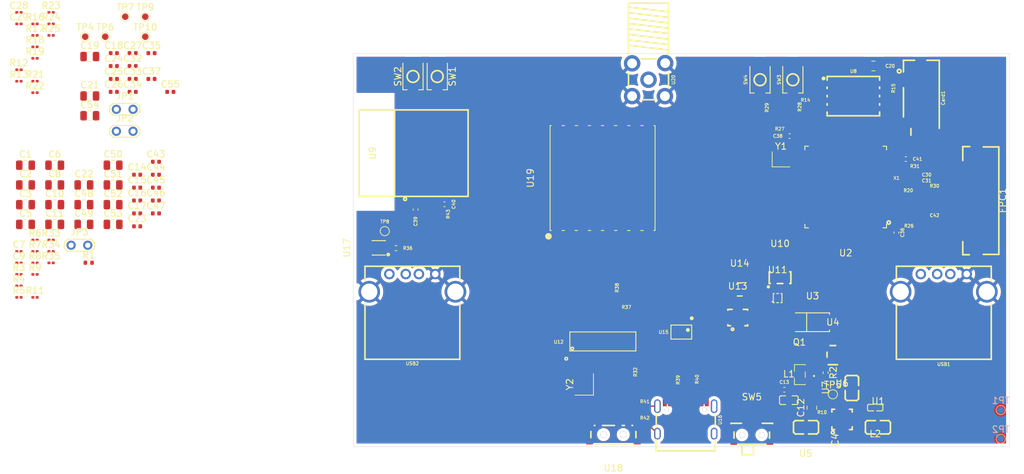
<source format=kicad_pcb>
(kicad_pcb (version 20240108) (generator "pcbnew") (generator_version "8.0")
  (layers (0 "F.Cu" signal) (1 "In1.Cu" signal) (2 "In2.Cu" signal) (31 "B.Cu" signal) (34 "B.Paste" user) (35 "F.Paste" user) (36 "B.SilkS" user "B.Silkscreen") (37 "F.SilkS" user "F.Silkscreen") (38 "B.Mask" user) (39 "F.Mask" user) (44 "Edge.Cuts" user))
  (net 0 "")
  (net 1 "+1V8")
  (net 2 "VCC_DDR")
  (net 3 "VCC1V8_CODEC")
  (net 4 "/power/VIN")
  (net 5 "+BATT")
  (net 6 "VBUS")
  (net 7 "Net-(U6-LX2)")
  (net 8 "Net-(Card1-VDD)")
  (net 9 "+1V0")
  (net 11 "/SDMMC_CLK")
  (net 12 "/FSPI_CS0")
  (net 14 "Net-(U2-RAM_ZQ)")
  (net 16 "/SDMMC_D3")
  (net 17 "/USB_DM")
  (net 19 "/USB_DP")
  (net 22 "/MIC1_P")
  (net 23 "GND")
  (net 24 "/SDMMC_D1")
  (net 25 "/SDMMC_D2")
  (net 27 "/SDMMC_CMD")
  (net 28 "Net-(U2-ETH_EXTR)")
  (net 29 "/SDMMC_D0")
  (net 31 "/NPOR")
  (net 33 "/OSC_XOUT")
  (net 34 "/MIC0_N")
  (net 35 "Net-(U2-EMMC_CLK{slash}FSPI_CLK{slash}GPIO4_B1_d)")
  (net 36 "/USB_DET_IN")
  (net 37 "Net-(U2-SDMMC1_CLK_M0{slash}I2S0_MCLK{slash}VO_LCDC_D10{slash}GPIO2_A2_d)")
  (net 39 "/OSC_XIN")
  (net 40 "/FSPI_D3")
  (net 42 "+3.3V")
  (net 43 "/FSPI_D1")
  (net 47 "/MIC1_N")
  (net 48 "Net-(U2-CODEC_VCM)")
  (net 49 "Net-(R21-Pad1)")
  (net 50 "/FSPI_D0")
  (net 51 "/SDMMC_DET")
  (net 52 "Net-(U2-SDMMC0_CLK{slash}UART5_RTS_M0{slash}I2C0_SCL_M2{slash}JTAG_LPMCU_TCK_M1{slash}PWM10_M0{slash}GPIO3_A4_d)")
  (net 53 "/VCC1V8_MICBIAS")
  (net 54 "Net-(U2-RTC_AVDD3V3)")
  (net 55 "/FSPI_D2")
  (net 56 "/LINEOUT")
  (net 57 "/MIC0_P")
  (net 58 "Net-(C28-Pad1)")
  (net 59 "/GPIO1_D3_d")
  (net 60 "/GPIO1_D2_d")
  (net 61 "/GPIO0_A3_d")
  (net 62 "Net-(U4-PROG)")
  (net 63 "Net-(U6-LX3)")
  (net 64 "/power/FB2")
  (net 65 "Net-(U6-EN1)")
  (net 66 "/power/FB3")
  (net 67 "/power/EN2")
  (net 68 "Net-(U6-LX1)")
  (net 69 "/power/EN3")
  (net 70 "/power/FB1")
  (net 71 "/FSPI_CLK")
  (net 72 "/GPIO1_C6_d")
  (net 73 "/GPIO4_C1_d")
  (net 74 "/GPIO1_C3_d")
  (net 75 "/GPIO1_A0_d")
  (net 76 "/GPIO1_D0_d")
  (net 77 "/GPIO0_A4_d")
  (net 78 "/GPIO3_C6_d")
  (net 79 "Net-(U2-MIPI_AVDD1V8{slash}GPIO7_VCC1V8)")
  (net 80 "/GPIO1_C1_d")
  (net 81 "/GPIO1_A4_d")
  (net 82 "/GPIO1_B0_d")
  (net 83 "/GPIO1_A2_d")
  (net 84 "/GPIO1_C4_d")
  (net 85 "/GPIO1_A1_d")
  (net 86 "/GPIO1_C2_d")
  (net 87 "/GPIO1_D1_d")
  (net 88 "/GPIO1_B3_d")
  (net 89 "/GPIO0_A2_d")
  (net 90 "/GPIO0_A6_d")
  (net 91 "/GPIO0_A1_d")
  (net 92 "/GPIO1_B1_d")
  (net 93 "/GPIO1_C0_d")
  (net 94 "/GPIO0_A5_d")
  (net 95 "/GPIO1_A3_d")
  (net 96 "/GPIO1_C7_d")
  (net 97 "/RTC_XIN")
  (net 98 "/GPIO0_A0_d")
  (net 99 "/GPIO1_B2_d")
  (net 100 "/GPIO1_C5_d")
  (net 101 "/RTC_XOUT")
  (net 116 "+1V5")
  (net 117 "/CIF_D4")
  (net 118 "/CIF_D7")
  (net 119 "/CIF_HSYNC")
  (net 120 "/CIF_D3")
  (net 121 "/MIPI_I2C_SCL")
  (net 122 "/CIF_D6")
  (net 124 "/CIF_D0")
  (net 125 "/CIF_D2")
  (net 126 "Net-(FPC1-Pad8)")
  (net 127 "/CIF_D8")
  (net 128 "/MIPI_RST")
  (net 129 "/CIF_D1")
  (net 130 "/CIF_XCLK")
  (net 131 "/MIPI_I2C_SDA")
  (net 132 "/CIF_VSYNC")
  (net 133 "/STROBE")
  (net 134 "/CIF_D9")
  (net 135 "/CIF_PCLK")
  (net 136 "/CIF_D5")
  (net 137 "Net-(U9-IO9)")
  (net 138 "Net-(R28-Pad1)")
  (net 139 "Net-(R29-Pad1)")
  (net 140 "/RCVRY")
  (net 141 "/GPIO2_A5_d")
  (net 142 "/GPIO2_B1_d")
  (net 143 "/GPIO2_A3_d")
  (net 144 "/GPIO2_A4_d")
  (net 145 "/GPIO2_B0_d")
  (net 146 "/ESP_SCLK")
  (net 147 "Net-(U9-IO8)")
  (net 148 "/ESP_MISO")
  (net 149 "Net-(J1-Pin_3)")
  (net 150 "/ESP_MOSI")
  (net 151 "/ESP_IO4")
  (net 152 "/ESP_CS")
  (net 153 "/ESP_D_N")
  (net 154 "Net-(J1-Pin_1)")
  (net 155 "/ESP_IO5")
  (net 156 "/ESP_D_P")
  (net 157 "/ESP_Handshake")
  (net 158 "/ESP_IO0")
  (net 159 "/ESP_IO1")
  (net 162 "+2V8")
  (net 164 "Net-(U12-XIN)")
  (net 165 "/USB_H_P")
  (net 169 "Net-(U12-DM2)")
  (net 170 "Net-(U12-DP3)")
  (net 171 "Net-(U12-DP2)")
  (net 172 "Net-(U12-DP4)")
  (net 173 "Net-(U12-DM3)")
  (net 175 "+5V")
  (net 176 "Net-(U12-DM4)")
  (net 180 "/USB_H_N")
  (net 181 "Net-(U12-XOUT)")
  (net 184 "Net-(U12-VBUSM)")
  (net 185 "Net-(U12-REXT)")
  (net 186 "Net-(U13-L1)")
  (net 187 "Net-(U13-L2)")
  (net 188 "Net-(U13-EN)")
  (net 189 "Net-(U13-VAUX)")
  (net 190 "Net-(U13-PS{slash}S)")
  (net 191 "Net-(U13-PG)")
  (net 192 "/USB_D_N")
  (net 193 "/USB_D_P")
  (net 195 "Net-(R42-Pad1)")
  (net 196 "Net-(U16-CC2)")
  (net 197 "Net-(U16-CC1)")
  (net 198 "Net-(R41-Pad1)")
  (net 200 "Net-(U17-ILIM)")
  (net 201 "Net-(U17-~{FAULT})")
  (net 202 "Net-(U17-OUT)")
  (net 204 "Net-(U15-Sel)")
  (net 207 "Net-(Q1-S)")
  (net 210 "Net-(U19-ANT)")
  (net 224 "/EN")
  (net 225 "/SARADC_IN1")
  (net 226 "Net-(JP3-B)")
  (net 227 "/GPIO2_A0_d")
  (net 228 "/GPIO2_A2_d")
  (footprint "Crystal:Crystal_SMD_2016-4Pin_2.0x1.6mm" (layer "F.Cu") (at 225.2 76.15)
    (property "Reference" "Y1")
    (property "Value" "24Mhz")
  )
  (footprint "Capacitor_SMD:C_0402_1005Metric" (layer "F.Cu") (at 242.8 87.32 -90)
    (property "Reference" "C36")
    (property "Value" "100nF")
  )
  (footprint "Resistor_SMD:R_0402_1005Metric" (layer "F.Cu") (at 119.67 91.92)
    (property "Reference" "R1")
    (property "Value" "100K")
  )
  (footprint "lcsc:L0805" (layer "F.Cu") (at 228.97 117.03 180)
    (property "Reference" "U5")
    (property "Value" "MLP2012H1R5MT0S1")
  )
  (footprint "lcsc:USB-A-TH_USB-231-ARY" (layer "F.Cu") (at 169 95)
    (property "Reference" "USB2")
    (property "Value" "USB-231-ARY")
  )
  (footprint "Resistor_SMD:R_0201_0603Metric" (layer "F.Cu") (at 109.04 64.23)
    (property "Reference" "R13")
    (property "Value" "22R")
  )
  (footprint "Resistor_SMD:R_0201_0603Metric" (layer "F.Cu") (at 113.94 57.23)
    (property "Reference" "R25")
    (property "Value" "22R")
  )
  (footprint "Capacitor_SMD:C_0402_1005Metric" (layer "F.Cu") (at 225.7 111.3)
    (property "Reference" "C13")
    (property "Value" "100nF")
  )
  (footprint "Resistor_SMD:R_0201_0603Metric" (layer "F.Cu") (at 241.425 65.2 -90)
    (property "Reference" "R15")
    (property "Value" "10K")
  )
  (footprint "TestPoint:TestPoint_Pad_D1.0mm" (layer "F.Cu") (at 122.19 57.43)
    (property "Reference" "TP6")
    (property "Value" "TestPoint")
  )
  (footprint "lcsc:SOT-23-3_L2.9-W1.6-P1.90-LS2.8-BR-CW" (layer "F.Cu") (at 228 109)
    (property "Reference" "Q1")
    (property "Value" "DMG3415U-7")
  )
  (footprint "Capacitor_SMD:C_0402_1005Metric" (layer "F.Cu") (at 132.11 65.85)
    (property "Reference" "C55")
    (property "Value" "0.1uF")
  )
  (footprint "Capacitor_SMD:C_0805_2012Metric" (layer "F.Cu") (at 123.39 77.04)
    (property "Reference" "C50")
    (property "Value" "22uF")
  )
  (footprint "Resistor_SMD:R_0201_0603Metric" (layer "F.Cu") (at 111.49 60.73)
    (property "Reference" "R19")
    (property "Value" "18K")
  )
  (footprint "lcsc:VQFN-15_L3.0-W2.5-P0.50-BL" (layer "F.Cu") (at 218.6 100.46)
    (property "Reference" "U13")
    (property "Value" "TPS630701RNMT")
  )
  (footprint "Capacitor_SMD:C_0402_1005Metric" (layer "F.Cu") (at 244.22 76.1)
    (property "Reference" "C41")
    (property "Value" "1nF")
  )
  (footprint "Resistor_SMD:R_0201_0603Metric" (layer "F.Cu") (at 243.045 85.8 180)
    (property "Reference" "R26")
    (property "Value" "1R")
  )
  (footprint "lcsc:USB-C-SMD_G-SWITCH_GT-USB-7010ASV" (layer "F.Cu") (at 210.68 115.6)
    (property "Reference" "U16")
    (property "Value" "GT-USB-7010ASV")
  )
  (footprint "Resistor_SMD:R_0201_0603Metric" (layer "F.Cu") (at 202.2 108.6 90)
    (property "Reference" "R32")
    (property "Value" "2.7K")
  )
  (footprint "TestPoint:TestPoint_Pad_D1.0mm" (layer "F.Cu") (at 233.1 112)
    (property "Reference" "TP5")
    (property "Value" "TestPoint")
  )
  (footprint "lcsc:SW-SMD_MSK12CO2" (layer "F.Cu") (at 220.75 117.85)
    (property "Reference" "SW5")
    (property "Value" "MINI MSK12CO2")
  )
  (footprint "Capacitor_SMD:C_0402_1005Metric" (layer "F.Cu") (at 127.05 86.37)
    (property "Reference" "C23")
    (property "Value" "100nF")
  )
  (footprint "Resistor_SMD:R_0201_0603Metric" (layer "F.Cu") (at 111.49 88.45)
    (property "Reference" "R6")
    (property "Value" "100K")
  )
  (footprint "Capacitor_SMD:C_0201_0603Metric" (layer "F.Cu") (at 245.855 79.5)
    (property "Reference" "C31")
    (property "Value" "C")
  )
  (footprint "Capacitor_SMD:C_0201_0603Metric" (layer "F.Cu") (at 245.855 78.5)
    (property "Reference" "C30")
    (property "Value" "C")
  )
  (footprint "Resistor_SMD:R_0201_0603Metric" (layer "F.Cu") (at 111.49 58.98)
    (property "Reference" "R18")
    (property "Value" "10K")
  )
  (footprint "TestPoint:TestPoint_2Pads_Pitch2.54mm_Drill0.8mm" (layer "F.Cu") (at 123.89 71.86)
    (property "Reference" "JP2")
    (property "Value" "Jumper")
  )
  (footprint "Resistor_SMD:R_0201_0603Metric" (layer "F.Cu") (at 199.855 98.7 180)
    (property "Reference" "R37")
    (property "Value" "47K")
  )
  (footprint "Capacitor_SMD:C_0201_0603Metric" (layer "F.Cu") (at 109.04 90.2)
    (property "Reference" "C7")
    (property "Value" "220pF")
  )
  (footprint "Resistor_SMD:R_0201_0603Metric" (layer "F.Cu") (at 231.455 115.8)
    (property "Reference" "R10")
    (property "Value" "200K")
  )
  (footprint "TestPoint:TestPoint_Pad_D1.0mm" (layer "F.Cu") (at 119.14 57.43)
    (property "Reference" "TP4")
    (property "Value" "TestPoint")
  )
  (footprint "Capacitor_SMD:C_0805_2012Metric" (layer "F.Cu") (at 110.04 83.06)
    (property "Reference" "C3")
    (property "Value" "10uF")
  )
  (footprint "lcsc:SW-SMD_L3.9-W3.0-P4.45" (layer "F.Cu") (at 172.8 63.5 90)
    (property "Reference" "SW1")
    (property "Value" "TS-1088-AR02016")
  )
  (footprint "Resistor_SMD:R_0201_0603Metric" (layer "F.Cu") (at 109.04 97.2)
    (property "Reference" "R5")
    (property "Value" "68K")
  )
  (footprint "Capacitor_SMD:C_0402_1005Metric" (layer "F.Cu") (at 173.9 83 180)
    (property "Reference" "C40")
    (property "Value" "0.1uF")
  )
  (footprint "Resistor_SMD:R_0201_0603Metric" (layer "F.Cu") (at 113.94 88.45)
    (property "Reference" "R33")
    (property "Value" "10K")
  )
  (footprint "Resistor_SMD:R_0402_1005Metric" (layer "F.Cu") (at 166.5 89.7)
    (property "Reference" "R36")
    (property "Value" "18K")
  )
  (footprint "lcsc:COMM-SMD_RFM95W" (layer "F.Cu") (at 198 79 90)
    (property "Reference" "U19")
    (property "Value" "DL-RFM95-868M")
  )
  (footprint "Capacitor_SMD:C_0805_2012Metric" (layer "F.Cu") (at 239.275 61.9 180)
    (property "Reference" "C20")
    (property "Value" "10uF")
  )
  (footprint "TestPoint:TestPoint_2Pads_Pitch2.54mm_Drill0.8mm" (layer "F.Cu") (at 123.89 68.51)
    (property "Reference" "JP1")
    (property "Value" "Jumper")
  )
  (footprint "Resistor_SMD:R_0201_0603Metric" (layer "F.Cu") (at 250.155 80.2)
    (property "Reference" "R30")
    (property "Value" "10K")
  )
  (footprint "Capacitor_SMD:C_0402_1005Metric" (layer "F.Cu") (at 126.37 65.85)
    (property "Reference" "C34")
    (property "Value" "100nF")
  )
  (footprint "Capacitor_SMD:C_0402_1005Metric" (layer "F.Cu") (at 123.5 63.88)
    (property "Reference" "C25")
    (property "Value" "100nF")
  )
  (footprint "Capacitor_SMD:C_0805_2012Metric" (layer "F.Cu") (at 123.39 83.06)
    (property "Reference" "C52")
    (property "Value" "10uF")
  )
  (footprint "Capacitor_SMD:C_0402_1005Metric" (layer "F.Cu") (at 129.92 80.46)
    (property "Reference" "C45")
    (property "Value" "0.1uF")
  )
  (footprint "Resistor_SMD:R_0201_0603Metric" (layer "F.Cu") (at 109.04 93.7)
    (property "Reference" "R3")
    (property "Value" "100K")
  )
  (footprint "TestPoint:TestPoint_Pad_D1.0mm" (layer "F.Cu") (at 125.24 54.38)
    (property "Reference" "TP7")
    (property "Value" "TestPoint")
  )
  (footprint "lcsc:SMA_L4.5-W2.6-LS5.2-RD" (layer "F.Cu") (at 230 101)
    (property "Reference" "U3")
    (property "Value" "MBRA340T3G_C5563736")
  )
  (footprint "Capacitor_SMD:C_0805_2012Metric" (layer "F.Cu") (at 123.39 80.05)
    (property "Reference" "C51")
    (property "Value" "22uF")
  )
  (footprint "Resistor_SMD:R_0201_0603Metric" (layer "F.Cu") (at 113.94 53.73)
    (property "Reference" "R23")
    (property "Value" "100R")
  )
  (footprint "Capacitor_SMD:C_0402_1005Metric" (layer "F.Cu") (at 127.05 78.49)
    (property "Reference" "C14")
    (property "Value" "100nF")
  )
  (footprint "Resistor_SMD:R_0201_0603Metric" (layer "F.Cu") (at 230.48 67.1)
    (property "Reference" "R14")
    (property "Value" "10K")
  )
  (footprint "Capacitor_SMD:C_0402_1005Metric" (layer "F.Cu") (at 129.92 76.52)
    (property "Reference" "C43")
    (property "Value" "0.1uF")
  )
  (footprint "Capacitor_SMD:C_0402_1005Metric" (layer "F.Cu") (at 129.92 82.43)
    (property "Reference" "C46")
    (property "Value" "0.1uF")
  )
  (footprint "Resistor_SMD:R_0201_0603Metric" (layer "F.Cu") (at 111.49 91.95)
    (property "Reference" "R8")
    (property "Value" "100K")
  )
  (footprint "Resistor_SMD:R_0201_0603Metric" (layer "F.Cu") (at 226.6 71.5)
    (property "Reference" "R27")
    (property "Value" "1K")
  )
  (footprint "Resistor_SMD:R_0201_0603Metric" (layer "F.Cu") (at 200.2 97.345 -90)
    (property "Reference" "R38")
    (property "Value" "47K")
  )
  (footprint "Resistor_SMD:R_0201_0603Metric" (layer "F.Cu") (at 113.94 55.48)
    (property "Reference" "R24")
    (property "Value" "1M")
  )
  (footprint "Resistor_SMD:R_0201_0603Metric" (layer "F.Cu") (at 244.055 77.2)
    (property "Reference" "R31")
    (property "Value" "10K")
  )
  (footprint "Resistor_SMD:R_0201_0603Metric" (layer "F.Cu") (at 243.045 80.9 180)
    (property "Reference" "R20")
    (property "Value" "22R")
  )
  (footprint "lcsc:IND-SMD_L2.5-W2.0_MHCHL2520" (layer "F.Cu") (at 218.9 96)
    (property "Reference" "U14")
    (property "Value" "SPM2512-1R5M")
  )
  (footprint "Resistor_SMD:R_0201_0603Metric" (layer "F.Cu") (at 111.49 97.2)
    (property "Reference" "R11")
    (property "Value" "100K")
  )
  (footprint "Resistor_SMD:R_0201_0603Metric" (layer "F.Cu") (at 109.04 62.48)
    (property "Reference" "R12")
    (property "Value" "10K")
  )
  (footprint "Capacitor_SMD:C_0201_0603Metric" (layer "F.Cu") (at 109.04 55.48)
    (property "Reference" "C29")
    (property "Value" "C")
  )
  (footprint "TestPoint:TestPoint_Pad_D1.0mm" (layer "F.Cu") (at 128.29 54.38)
    (property "Reference" "TP9")
    (property "Value" "TestPoint")
  )
  (footprint "Capacitor_SMD:C_0201_0603Metric" (layer "F.Cu") (at 250.2 84.7 180)
    (property "Reference" "C42")
    (property "Value" "22pF")
  )
  (footprint "lcsc:SW-SMD_L3.9-W3.0-P4.45" (layer "F.Cu") (at 222 64 90)
    (property "Reference" "SW4")
    (property "Value" "TS-1088-AR02016")
  )
  (footprint "lcsc:MSOP-10_L3.0-W3.0-P0.50-LS5.0-BL" (layer "F.Cu") (at 210 102.5 180)
    (property "Reference" "U15")
    (property "Value" "FSUSB42MUX")
  )
  (footprint "Resistor_SMD:R_0201_0603Metric" (layer "F.Cu") (at 109.04 95.45)
    (property "Reference" "R4")
    (property "Value" "200K")
  )
  (footprint "lcsc:UTDFN-4_L1.0-W1.0-P0.63-BL-EP" (layer "F.Cu") (at 224.68 97.32)
    (property "Reference" "U11")
    (property "Value" "FP6182-28X7")
  )
  (footprint "Resistor_SMD:R_0402_1005Metric" (layer "F.Cu") (at 232 108.7 -90)
    (property "Reference" "R2")
    (property "Value" "2K")
  )
  (footprint "lcsc:FPC-SMD_P0.50-24P_FGS-XJ-H2.0" (layer "F.Cu") (at 253.7 82.45 -90)
    (property "Reference" "FPC1")
    (property "Value" "AFC01-S24FCA-00")
  )
  (footprint "Capacitor_SMD:C_0402_1005Metric" (layer "F.Cu") (at 126.37 59.94)
    (property "Reference" "C27")
    (property "Value" "1uF")
  )
  (footprint "Capacitor_SMD:C_0805_2012Metric" (layer "F.Cu") (at 110.04 86.07)
    (property "Reference" "C5")
    (property "Value" "10uF")
  )
  (footprint "Capacitor_SMD:C_0805_2012Metric" (layer "F.Cu") (at 118.94 80.05)
    (property "Reference" "C22")
    (property "Value" "10uF")
  )
  (footprint "Resistor_SMD:R_0201_0603Metric" (layer "F.Cu") (at 111.49 64.23)
    (property "Reference" "R21")
    (property "Value" "22R")
  )
  (footprint "Capacitor_SMD:C_0805_2012Metric" (layer "F.Cu") (at 114.49 83.06)
    (property "Reference" "C10")
    (property "Value" "10uF")
  )
  (footprint "lcsc:WSON-8_L8.0-W6.0-P1.27-TL-EP-1" (layer "F.Cu") (at 236.225 66.5)
    (property "Reference" "U8")
    (property "Value" "W25N02KVZEIR")
  )
  (footprint "Capacitor_SMD:C_0201_0603Metric" (layer "F.Cu") (at 109.04 91.95)
    (property "Reference" "C9")
    (property "Value" "220pF")
  )
  (footprint "Capacitor_SMD:C_0805_2012Metric" (layer "F.Cu") (at 114.49 86.07)
    (property "Reference" "C11")
    (property "Value" "10uF")
  )
  (footprint "Capacitor_SMD:C_0201_0603Metric" (layer "F.Cu") (at 234.5 118.945 90)
    (property "Reference" "C4")
    (property "Value" "220pF")
  )
  (footprint "Capacitor_SMD:C_0805_2012Metric" (layer "F.Cu") (at 114.49 77.04)
    (property "Reference" "C6")
    (property "Value" "10uF")
  )
  (footprint "TestPoint:TestPoint_2Pads_Pitch2.54mm_Drill0.8mm" (layer "F.Cu") (at 116.99 89.25)
    (property "Reference" "JP3")
    (property "Value" "Jumper")
  )
  (footprint "Resistor_SMD:R_0201_0603Metric" (layer "F.Cu") (at 209.5 111.3 -90)
    (property "Reference" "R39")
    (property "Value" "5.1K")
  )
  (footprint "Resistor_SMD:R_0201_0603Metric" (layer "F.Cu") (at 204.435 113.8 180)
    (property "Reference" "R41")
    (property "Value" "1M")
  )
  (footprint "Resistor_SMD:R_0201_0603Metric" (layer "F.Cu") (at 222 68.255 -90)
    (property "Reference" "R29")
    (property "Value" "100R")
  )
  (footprint "lcsc:WIFIM-SMD_ESP32-C3-MINI-1" (layer "F.Cu") (at 171.9 75.2 90)
    (property "Reference" "U9")
    (property "Value" "ESP32-C3-MINI-1-H4(4MB)")
  )
  (footprint "Capacitor_SMD:C_0402_1005Metric" (layer "F.Cu") (at 127.05 84.4)
    (property "Reference" "C17")
    (property "Value" "1uF")
  )
  (footprint "lcsc:USB-A-TH_USB-231-ARY" (layer "F.Cu") (at 250 95)
    (property "Reference" "USB1")
    (property "Value" "USB-231-ARY")
  )
  (footprint "Resistor_SMD:R_0201_0603Metric" (layer "F.Cu") (at 173.4 84.5 -90)
    (property "Reference" "R43")
    (property "Value" "10K")
  )
  (footprint "Capacitor_SMD:C_0805_2012Metric" (layer "F.Cu") (at 229.9 114.05 90)
    (property "Reference" "C12")
    (property "Value" "10uF")
  )
  (footprint "lcsc:SW-SMD_L3.9-W3.0-P4.45" (layer "F.Cu") (at 227 64 90)
    (property "Reference" "SW3")
    (property "Value" "TS-1088-AR02016")
  )
  (footprint "lcsc:L0805" (layer "F.Cu") (at 240 117.03)
    (property "Reference" "U1")
    (property "Value" "MLP2012H1R5MT0S1")
  )
  (footprint "Capacitor_SMD:C_0402_1005Metric" (layer "F.Cu") (at 127.05 82.43)
    (property "Reference" "C16")
    (property "Value" "1uF")
  )
  (footprint "Resistor_SMD:R_0201_0603Metric" (layer "F.Cu") (at 212.4 111.255 -90)
    (property "Reference" "R40")
    (property "Value" "5.1K")
  )
  (footprint "Capacitor_SMD:C_0402_1005Metric" (layer "F.Cu") (at 129.24 63.88)
    (property "Reference" "C37")
    (property "Value" "1uF")
  )
  (footprint "Capacitor_SMD:C_0402_1005Metric" (layer "F.Cu") (at 129.24 59.94)
    (property "Reference" "C35")
    (property "Value" "100nF")
  )
  (footprint "Capacitor_SMD:C_0402_1005Metric" (layer "F.Cu") (at 126.37 63.88)
    (property "Reference" "C33")
    (property "Value" "100nF")
  )
  (footprint "Resistor_SMD:R_0201_0603Metric" (layer "F.Cu") (at 111.49 65.98)
    (property "Reference" "R22")
    (property "Value" "22R")
  )
  (footprint "Resistor_SMD:R_0201_0603Metric" (layer "F.Cu") (at 111.49 93.7)
    (property "Reference" "R9")
    (property "Value" "200K")
  )
  (footprint "Capacitor_SMD:C_0402_1005Metric" (layer "F.Cu") (at 129.92 84.4)
    (property "Reference" "C47")
    (property "Value" "100nF")
  )
  (footprint "lcsc:WQFN-20_L3.0-W3.0-P0.40-BL-EP" (layer "F.Cu") (at 234.5 115.83)
    (property "Reference" "U6")
    (property "Value" "EA3036C")
  )
  (footprint "Resistor_SMD:R_0201_0603Metric" (layer "F.Cu") (at 113.94 91.95)
    (property "Reference" "R35")
    (property "Value" "100K")
  )
  (footprint "Capacitor_SMD:C_0805_2012Metric" (layer "F.Cu") (at 110.04 80.05)
    (property "Reference" "C2")
    (property "Value" "10uF")
  )
  (footprint "lcsc:L0402" (layer "F.Cu") (at 239.55 114.03 180)
    (property "Reference" "L2")
    (property "Value" "BLM15PD121SN1D")
  )
  (footprint "lcsc:SMA-TH_SMA-KWE_C7498154" (layer "F.Cu") (at 205.02 63.98 -90)
    (property "Reference" "U20")
    (property "Value" "SMA-KWE_C7498154")
  )
  (footprint "TestPoint:TestPoint_Pad_D1.0mm" (layer "F.Cu") (at 164.8 87.1)
    (property "Reference" "TP8")
    (property "Value" "TestPoint")
  )
  (footprint "TestPoint:TestPoint_Pad_D1.0mm" (layer "F.Cu") (at 128.29 57.43)
    (property "Reference" "TP10")
    (property "Value" "TestPoint")
  )
  (footprint "lcsc:SW-SMD_MSS12C02LS-HB2.0-1" (layer "F.Cu") (at 199.65 117.82 180)
    (property "Reference" "U18")
    (property "Value" "MSS12C02LS-BB2.0")
  )
  (footprint "lcsc:CRYSTAL-SMD_L1.7-W1.1" (layer "F.Cu") (at 244 79 -90)
    (property "Reference" "X1")
    (property "Value" "X1A000121000500")
  )
  (footprint "Capacitor_SMD:C_0805_2012Metric" (layer "F.Cu") (at 118.94 83.06)
    (property "Reference" "C48")
    (property "Value" "10uF")
  )
  (footprint "Capacitor_SMD:C_0402_1005Metric" (layer "F.Cu") (at 126.37 61.91)
    (property "Reference" "C32")
    (property "Value" "100nF")
  )
  (footprint "Capacitor_SMD:C_0805_2012Metric" (layer "F.Cu") (at 110.04 77.04)
    (property "Reference" "C1")
    (property "Value" "10uF")
  )
  (footprint "Resistor_SMD:R_0201_0603Metric" (layer "F.Cu") (at 111.49 90.2)
    (property "Reference" "R7")
    (property "Value" "15K")
  )
  (footprint "Capacitor_SMD:C_0805_2012Metric" (layer "F.Cu") (at 119.84 69.49)
    (property "Reference" "C54")
    (property "Value" "10uF")
  )
  (footprint "Capacitor_SMD:C_0805_2012Metric" (layer "F.Cu") (at 119.84 60.46)
    (property "Reference" "C19")
    (property "Value" "10uF")
  )
  (footprint "Resistor_SMD:R_0201_0603Metric" (layer "F.Cu") (at 113.94 90.2)
    (property "Reference" "R34")
    (property "Value" "10K")
  )
  (footprint "Capacitor_SMD:C_0402_1005Metric" (layer "F.Cu") (at 226.5 72.6 180)
    (property "Reference" "C38")
    (property "Value" "10nF")
  )
  (footprint "Capacitor_SMD:C_0805_2012Metric" (layer "F.Cu") (at 118.94 86.07)
    (property "Reference" "C49")
    (property "Value" "22uF")
  )
  (footprint "lcsc:QFN-128_L12.3-W12.3-P0.35-TL-EP7.0-1" (layer "F.Cu") (at 235.06 80.37 180)
    (property "Reference" "U2")
    (property "Value" "RV1106G3")
  )
  (footprint "Capacitor_SMD:C_0402_1005Metric" (layer "F.Cu") (at 123.5 59.94)
    (property "Reference" "C18")
    (property "Value" "1nF")
  )
  (footprint "Capacitor_SMD:C_0402_1005Metric" (layer "F.Cu") (at 127.05 80.46)
    (property "Reference" "C15")
    (property "Value" "1uF")
  )
  (footprint "Crystal:Crystal_SMD_2520-4Pin_2.5x2.0mm" (layer "F.Cu") (at 195.2 110.475 90)
    (property "Reference" "Y2")
    (property "Value" "12Mhz 18pF")
  )
  (footprint "Capacitor_SMD:C_0805_2012Metric" (layer "F.Cu") (at 114.49 80.05)
    (property "Reference" "C8")
    (property "Value" "10uF")
  )
  (footprint "Capacitor_SMD:C_0402_1005Metric" (layer "F.Cu") (at 123.5 61.91)
    (property "Reference" "C24")
    (property "Value" "2.2uF")
  )
  (footprint "lcsc:SOT-23-5_L2.9-W1.6-P0.95-LS2.8-BR" (layer "F.Cu") (at 233.1 105.95)
    (property "Reference" "U4")
    (property "Value" "LGS7381")
  )
  (footprint "lcsc:L0603" (layer "F.Cu") (at 226.4 112.9)
    (property "Reference" "L1")
    (property "Value" "CBW160808U000T")
  )
  (footprint "lcsc:SW-SMD_L3.9-W3.0-P4.45" (layer "F.Cu") (at 169.1 63.5 90)
    (property "Reference" "SW2")
    (property "Value" "TS-1088-AR02016")
  )
  (footprint "lcsc:SSOP-28_L9.9-W3.9-P0.64-LS6.0-BL-1" (layer "F.Cu") (at 198.04 103.93)
    (property "Reference" "U12")
    (property "Value" "FE1.1S")
  )
  (footprint "Resistor_SMD:R_0201_0603Metric" (layer "F.Cu") (at 204.455 114.8 180)
    (property "Reference" "R42")
    (property "Value" "1M")
  )
  (footprint "Capacitor_SMD:C_0805_2012Metric" (layer "F.Cu") (at 119.84 66.48)
    (property "Reference" "C21")
    (property "Value" "4.7uF")
  )
  (footprint "lcsc:SOT-25_L2.9-W1.6-P0.95-LS2.8-BL" (layer "F.Cu") (at 225.05 94.2)
    (property "Reference" "U10")
    (property "Value" "AP7354-15W5-7")
  )
  (footprint "Capacitor_SMD:C_0201_0603Metric" (layer "F.Cu") (at 109.04 53.73)
    (property "Reference" "C28")
    (property "Value" "C")
  )
  (footprint "lcsc:TF-SMD_TF-021B-H265" (layer "F.Cu") (at 246 66.88 90)
    (property "Reference" "Card1")
    (property "Value" "TF-021B-H265")
  )
  (footprint "Capacitor_SMD:C_0402_1005Metric" (layer "F.Cu") (at 129.92 78.49)
    (property "Reference" "C44")
    (property "Value" "0.1uF")
  )
  (footprint "Capacitor_SMD:C_0805_2012Metric" (layer "F.Cu") (at 123.39 86.07)
    (property "Reference" "C53")
    (property "Value" "10uF")
  )
  (footprint "Resistor_SMD:R_0201_0603Metric" (layer "F.Cu") (at 111.49 55.48)
    (property "Reference" "R16")
    (property "Value" "240R")
  )
  (footprint "Resistor_SMD:R_0201_0603Metric" (layer "F.Cu") (at 111.49 57.23)
    (property "Reference" "R17")
    (property "Value" "6.04K +- 1%")
  )
  (footprint "lcsc:WDFN-6_L2.0-W2.0-P0.65-BL-EP" (layer "F.Cu") (at 163.92 89.65 90)
    (property "Reference" "U17")
    (property "Value" "AP22653FDZ-7")
  )
  (footprint "lcsc:L0805" (layer "F.Cu") (at 236 111 90)
    (property "Reference" "U7")
    (property "Value" "MLP2012H1R5MT0S1")
  )
  (footprint "Capacitor_SMD:C_0402_1005Metric" (layer "F.Cu") (at 169.5 83.8 -90)
    (property "Reference" "C39")
    (property "Value" "100nF")
  )
  (footprint "Capacitor_SMD:C_0402_1005Metric" (layer "F.Cu") (at 123.5 65.85)
    (property "Reference" "C26")
    (property "Value" "100nF")
  )
  (footprint "Resistor_SMD:R_0201_0603Metric" (layer "F.Cu") (at 227 68.145 -90)
    (property "Reference" "R28")
    (property "Value" "100R")
  )
  (footprint "TestPoint:TestPoint_Pad_D1.0mm" (layer "B.Cu") (at 258.7 118.8 180)
    (property "Reference" "TP2")
    (property "Value" "TestPoint")
  )
  (footprint "TestPoint:TestPoint_Pad_D1.0mm" (layer "B.Cu") (at 258.7 114.4 180)
    (property "Reference" "TP1")
    (property "Value" "TestPoint")
  )
  (gr_rect (start 160 60) (end 260 120) (stroke (width 0.05)) (fill none) (layer "Edge.Cuts"))
  (segment (start 226.98 71.56) (end 226.92 71.5) (width 0.2) (layer "F.Cu") (net 31))
  (segment (start 227 71.42) (end 226.92 71.5) (width 0.2) (layer "F.Cu") (net 31))
  (segment (start 226.98 72.6) (end 226.98 71.56) (width 0.2) (layer "F.Cu") (net 31))
  (segment (start 226.965 68.5) (end 227 68.465) (width 0.2) (layer "F.Cu") (net 31))
  (segment (start 227 68.465) (end 227 71.42) (width 0.2) (layer "F.Cu") (net 31))
  (segment (start 242.725 86.765) (end 242.8 86.84) (width 0.2) (layer "F.Cu") (net 79))
  (segment (start 242.725 85.8) (end 242.725 86.765) (width 0.2) (layer "F.Cu") (net 79))
  (segment (start 227 66.18) (end 227 67.825) (width 0.2) (layer "F.Cu") (net 138))
  (segment (start 222 66.18) (end 222 67.935) (width 0.2) (layer "F.Cu") (net 139))
  (segment (start 204.775 114.8) (end 204.775 116.415) (width 0.2) (layer "F.Cu") (net 195))
  (segment (start 204.775 116.415) (end 206.36 118) (width 0.2) (layer "F.Cu") (net 195))
  (segment (start 212.4 111.575) (end 212.4 113.17) (width 0.2) (layer "F.Cu") (net 196))
  (segment (start 212.4 113.17) (end 212.43 113.2) (width 0.2) (layer "F.Cu") (net 196))
  (segment (start 209.5 111.62) (end 209.43 111.69) (width 0.2) (layer "F.Cu") (net 197))
  (segment (start 209.43 111.69) (end 209.43 113.2) (width 0.2) (layer "F.Cu") (net 197))
  (segment (start 206.34 113.8) (end 206.36 113.82) (width 0.2) (layer "F.Cu") (net 198))
  (segment (start 204.755 113.8) (end 206.34 113.8) (width 0.2) (layer "F.Cu") (net 198))
  (segment (start 173.5 82.92) (end 173.42 83) (width 0.2) (layer "F.Cu") (net 224))
  (segment (start 173.42 84.16) (end 173.4 84.18) (width 0.2) (layer "F.Cu") (net 224))
  (segment (start 173.42 83) (end 173.42 84.16) (width 0.2) (layer "F.Cu") (net 224))
  (segment (start 173.5 81.1) (end 173.5 82.92) (width 0.2) (layer "F.Cu") (net 224))
  (zone (net 0) (net_name "") (layers "F.Cu" "In1.Cu" "In2.Cu" "B.Cu") (connect_pads (clearance 0)) (min_thickness 0.25)
    (keepout (tracks not_allowed) (vias not_allowed) (pads not_allowed) (copperpour not_allowed) (footprints allowed))
    (fill (thermal_gap 0.5) (thermal_bridge_width 0.5))
    (polygon (pts (xy 160 66) (xy 166.3 66) (xy 166.3 84) (xy 160 84)))
  )
  (zone (net 23) (net_name "GND") (layers "F.Cu" "In1.Cu" "In2.Cu" "B.Cu") (connect_pads (clearance 0.5)) (min_thickness 0.25) (fill yes (thermal_gap 0.5) (thermal_bridge_width 0.5))
    (polygon (pts (xy 158 57) (xy 158 123) (xy 261 123) (xy 261 57)))
  )
)
</source>
